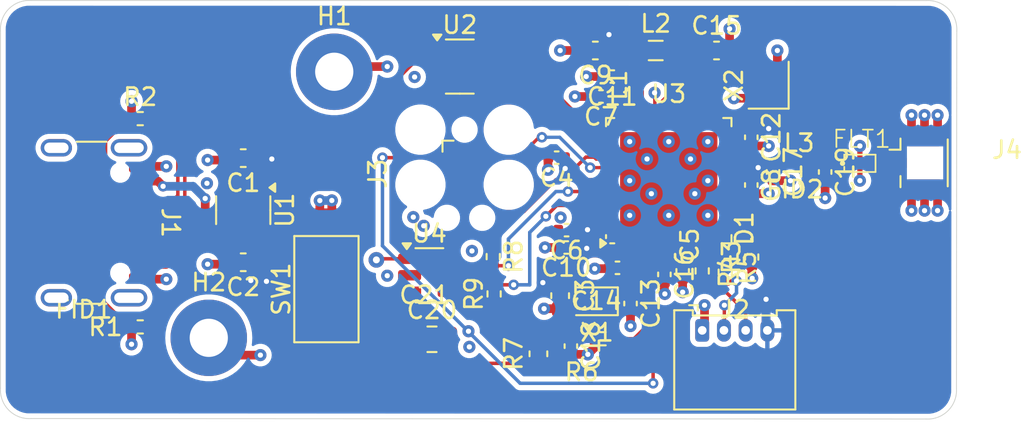
<source format=kicad_pcb>
(kicad_pcb (version 20240108) (generator "pcbnew") (generator_version "8.0")
  (layers (0 "F.Cu" signal) (1 "In1.Cu" signal) (2 "In2.Cu" signal) (31 "B.Cu" signal) (34 "B.Paste" user) (35 "F.Paste" user) (36 "B.SilkS" user "B.Silkscreen") (37 "F.SilkS" user "F.Silkscreen") (38 "B.Mask" user) (39 "F.Mask" user) (44 "Edge.Cuts" user))
  (net 0 "")
  (net 1 "GND")
  (net 2 "+5V")
  (net 3 "+3.3V")
  (net 4 "Net-(U3-PC15)")
  (net 5 "Net-(U3-PC14)")
  (net 6 "/SMPSLX")
  (net 7 "/SWD_NRST")
  (net 8 "/RF")
  (net 9 "/BOOT0")
  (net 10 "/RF_MATCH")
  (net 11 "/LED_A")
  (net 12 "/LED_K")
  (net 13 "/RF_ANT")
  (net 14 "Net-(J1-D+-PadA6)")
  (net 15 "Net-(J1-CC1)")
  (net 17 "Net-(J1-CC2)")
  (net 18 "Net-(J1-D--PadA7)")
  (net 20 "/UART_TXC")
  (net 21 "/UART_RXC")
  (net 22 "/SWD_TRC")
  (net 23 "/SWD_CLK")
  (net 24 "+3V3")
  (net 25 "/SWD_DIO")
  (net 26 "/UART_TX")
  (net 27 "/UART_RX")
  (net 28 "Net-(R7-Pad2)")
  (net 30 "/USB_D-")
  (net 31 "/USB_D+")
  (net 41 "/HSE_IN")
  (net 44 "/HSE_OUT")
  (net 51 "/I2C1_SCL")
  (net 54 "/I2C1_SDA")
  (net 55 "unconnected-(U4-VOUT-Pad1)")
  (footprint "Fiducial:Fiducial_1mm_Mask2mm" (layer "F.Cu") (at 64.785 79.775)
    (property "Reference" "FID1")
    (property "Value" "Fiducial")
  )
  (footprint "Capacitor_SMD:C_0603_1608Metric" (layer "F.Cu") (at 90.95 80.325 90)
    (property "Reference" "R7")
    (property "Value" "220R")
  )
  (footprint "MountingHole:MountingHole_2.2mm_M2_Pad" (layer "F.Cu") (at 71.98 79.405)
    (property "Reference" "H2")
    (property "Value" "MountingHole_Pad")
  )
  (footprint "Inductor_SMD:L_0402_1005Metric" (layer "F.Cu") (at 96.7 64.85 90)
    (property "Reference" "L1")
    (property "Value" "10n")
  )
  (footprint "Capacitor_SMD:C_0603_1608Metric" (layer "F.Cu") (at 94.225 62.85 180)
    (property "Reference" "C9")
    (property "Value" "4u7")
  )
  (footprint "Capacitor_SMD:C_01005_0402Metric" (layer "F.Cu") (at 84.4 77.9375)
    (property "Reference" "C21")
    (property "Value" "0.1u")
  )
  (footprint "Connector_Molex:Molex_PicoBlade_53048-0410_1x04_P1.25mm_Horizontal" (layer "F.Cu") (at 100.375 78.975)
    (property "Reference" "J2")
    (property "Value" "Conn_01x04")
  )
  (footprint "Capacitor_SMD:C_0603_1608Metric" (layer "F.Cu") (at 73.9625 69.05 180)
    (property "Reference" "C1")
    (property "Value" "4u7")
  )
  (footprint "LED_SMD:LED_0402_1005Metric" (layer "F.Cu") (at 103.225 72.625 90)
    (property "Reference" "D1")
    (property "Value" "LED")
  )
  (footprint "Capacitor_SMD:C_0402_1005Metric" (layer "F.Cu") (at 92 69.025 180)
    (property "Reference" "C4")
    (property "Value" "100n")
  )
  (footprint "Capacitor_SMD:C_0402_1005Metric" (layer "F.Cu") (at 92.8175 79.8825 -90)
    (property "Reference" "C18")
    (property "Value" "100n")
  )
  (footprint "Resistor_SMD:R_0402_1005Metric" (layer "F.Cu") (at 101.7 75.625 90)
    (property "Reference" "R5")
    (property "Value" "220R")
  )
  (footprint "Resistor_SMD:R_0402_1005Metric" (layer "F.Cu") (at 100.375 75.55 90)
    (property "Reference" "R4")
    (property "Value" "220R")
  )
  (footprint "Inductor_SMD:L_0805_2012Metric" (layer "F.Cu") (at 97.7 62.85)
    (property "Reference" "L2")
    (property "Value" "10u")
  )
  (footprint "Resistor_SMD:R_0402_1005Metric" (layer "F.Cu") (at 88.35 74.725 -90)
    (property "Reference" "R8")
    (property "Value" "5k1")
  )
  (footprint "Capacitor_SMD:C_0402_1005Metric" (layer "F.Cu") (at 99.25 75.55 -90)
    (property "Reference" "C5")
    (property "Value" "100n")
  )
  (footprint "Capacitor_SMD:C_0402_1005Metric" (layer "F.Cu") (at 92.57 73.2 180)
    (property "Reference" "C6")
    (property "Value" "100n")
  )
  (footprint "Connector_Coaxial:U.FL_Hirose_U.FL-R-SMT-1_Vertical" (layer "F.Cu") (at 112.67 69.325)
    (property "Reference" "J4")
    (property "Value" "Conn_Coaxial")
  )
  (footprint "Crystal:Crystal_SMD_2016-4Pin_2.0x1.6mm" (layer "F.Cu") (at 104.2 64.85 90)
    (property "Reference" "X2")
    (property "Value" "32MHz")
  )
  (footprint "BSTM_NewRFLPFLayout:DLF162500LT-5028A1" (layer "F.Cu") (at 109.45 69.35)
    (property "Reference" "FLT1")
    (property "Value" "DLF162500LT-5028A1")
  )
  (footprint "Capacitor_SMD:C_0603_1608Metric" (layer "F.Cu") (at 92.2 76.975 -90)
    (property "Reference" "C3")
    (property "Value" "4u7")
  )
  (footprint "Capacitor_SMD:C_0805_2012Metric" (layer "F.Cu") (at 84.825 79.4875)
    (property "Reference" "C20")
    (property "Value" "10u")
  )
  (footprint "Capacitor_SMD:C_0402_1005Metric" (layer "F.Cu") (at 98.2 75.75 -90)
    (property "Reference" "C16")
    (property "Value" "100n")
  )
  (footprint "Package_TO_SOT_SMD:SOT-23-6" (layer "F.Cu") (at 84.675 75.8)
    (property "Reference" "U4")
    (property "Value" "MCP4725A3T-E/CH")
  )
  (footprint "Capacitor_SMD:C_0402_1005Metric" (layer "F.Cu") (at 95.2 64.35 180)
    (property "Reference" "C11")
    (property "Value" "100n")
  )
  (footprint "Crystal:Crystal_SMD_2012-2Pin_2.0x1.2mm" (layer "F.Cu") (at 94.32 77.3 180)
    (property "Reference" "X1")
    (property "Value" "32kHz768")
  )
  (footprint "Resistor_SMD:R_0402_1005Metric" (layer "F.Cu") (at 94.6675 79.4575 180)
    (property "Reference" "R6")
    (property "Value" "5k1")
  )
  (footprint "Resistor_SMD:R_0402_1005Metric" (layer "F.Cu") (at 103.225 74.75 90)
    (property "Reference" "R3")
    (property "Value" "220R")
  )
  (footprint "Resistor_SMD:R_0402_1005Metric" (layer "F.Cu") (at 68.035 66.775 180)
    (property "Reference" "R2")
    (property "Value" "5k1")
  )
  (footprint "Package_TO_SOT_SMD:SOT-23-5" (layer "F.Cu") (at 73.9625 72.05 -90)
    (property "Reference" "U1")
    (property "Value" "MIC5365-3.3YD5")
  )
  (footprint "Inductor_SMD:L_0402_1005Metric" (layer "F.Cu") (at 105.95 69.35)
    (property "Reference" "L3")
    (property "Value" "2n7")
  )
  (footprint "Capacitor_SMD:C_0402_1005Metric" (layer "F.Cu") (at 103.2 67.85 -90)
    (property "Reference" "C12")
    (property "Value" "100n")
  )
  (footprint "Capacitor_SMD:C_0603_1608Metric" (layer "F.Cu") (at 73.9625 75.05 180)
    (property "Reference" "C2")
    (property "Value" "4u7")
  )
  (footprint "Package_TO_SOT_SMD:SOT-23-6" (layer "F.Cu") (at 86.425 63.775)
    (property "Reference" "U2")
    (property "Value" "USBLC6-2SC6")
  )
  (footprint "MountingHole:MountingHole_2.2mm_M2_Pad" (layer "F.Cu") (at 79.2 64.075)
    (property "Reference" "H1")
    (property "Value" "MountingHole_Pad")
  )
  (footprint "Connector_USB:USB_C_Receptacle_GCT_USB4105-xx-A_16P_TopMnt_Horizontal" (layer "F.Cu") (at 64.285 72.775 -90)
    (property "Reference" "J1")
    (property "Value" "USB_C_Receptacle_USB2.0_16P")
  )
  (footprint "Capacitor_SMD:C_0603_1608Metric" (layer "F.Cu") (at 101.2 62.85)
    (property "Reference" "C15")
    (property "Value" "4u7")
  )
  (footprint "Connector:Tag-Connect_TC2030-IDC-FP_2x03_P1.27mm_Vertical" (layer "F.Cu") (at 86.7 69.95 -90)
    (property "Reference" "J3")
    (property "Value" "Conn_ARM_SWD_TagConnect_TC2030")
  )
  (footprint "Capacitor_SMD:C_0402_1005Metric" (layer "F.Cu") (at 96.25 77.43 -90)
    (property "Reference" "C13")
    (property "Value" "10p")
  )
  (footprint "Button_Switch_SMD:SW_SPST_CK_RS282G05A3" (layer "F.Cu") (at 78.75 76.6 90)
    (property "Reference" "SW1")
    (property "Value" "SW_Push")
  )
  (footprint "Resistor_SMD:R_0402_1005Metric" (layer "F.Cu") (at 68.035 78.775 180)
    (property "Reference" "R1")
    (property "Value" "5k1")
  )
  (footprint "Package_DFN_QFN:QFN-48-1EP_7x7mm_P0.5mm_EP5.6x5.6mm" (layer "F.Cu") (at 98.45 70.35 90)
    (property "Reference" "U3")
    (property "Value" "STM32WB55CEU6")
  )
  (footprint "Capacitor_SMD:C_0402_1005Metric" (layer "F.Cu") (at 92.55 74.2 180)
    (property "Reference" "C10")
    (property "Value" "100n")
  )
  (footprint "Capacitor_SMD:C_0402_1005Metric" (layer "F.Cu") (at 107.45 69.85 -90)
    (property "Reference" "C19")
    (property "Value" "0p3")
  )
  (footprint "Fiducial:Fiducial_1mm_Mask2mm" (layer "F.Cu") (at 105.7 72.85)
    (property "Reference" "FID2")
    (property "Value" "Fiducial")
  )
  (footprint "Capacitor_SMD:C_0402_1005Metric" (layer "F.Cu") (at 95.5 75.37 180)
    (property "Reference" "C14")
    (property "Value" "10p")
  )
  (footprint "Resistor_SMD:R_0402_1005Metric" (layer "F.Cu") (at 88.4 76.875 90)
    (property "Reference" "R9")
    (property "Value" "5k1")
  )
  (footprint "Capacitor_SMD:C_0402_1005Metric" (layer "F.Cu") (at 104.45 69.85 -90)
    (property "Reference" "C17")
    (property "Value" "0p8")
  )
  (footprint "Capacitor_SMD:C_0402_1005Metric" (layer "F.Cu") (at 94.55 65.5 180)
    (property "Reference" "C7")
    (property "Value" "100n")
  )
  (footprint "Capacitor_SMD:C_0402_1005Metric" (layer "F.Cu") (at 103.2 70.6 -90)
    (property "Reference" "C8")
    (property "Value" "100n")
  )
  (gr_arc (start 61.743508 84.05649) (mid 60.475001 83.574999) (end 59.99351 82.306492) (stroke (width 0.05)) (layer "Edge.Cuts"))
  (gr_line (start 61.743508 59.968509) (end 113.275 59.975) (stroke (width 0.05)) (layer "Edge.Cuts"))
  (gr_line (start 115.025 61.725) (end 115.006491 82.331492) (stroke (width 0.05)) (layer "Edge.Cuts"))
  (gr_arc (start 115.006491 82.331492) (mid 114.525 83.6) (end 113.256492 84.081491) (stroke (width 0.05)) (layer "Edge.Cuts"))
  (gr_arc (start 59.993509 61.718508) (mid 60.475 60.45) (end 61.743508 59.968509) (stroke (width 0.05)) (layer "Edge.Cuts"))
  (gr_line (start 59.993509 82.306492) (end 59.993509 61.718508) (stroke (width 0.05)) (layer "Edge.Cuts"))
  (gr_line (start 113.256492 84.081491) (end 61.743508 84.056491) (stroke (width 0.05)) (layer "Edge.Cuts"))
  (gr_arc (start 113.275 59.975001) (mid 114.543508 60.456492) (end 115.024999 61.725) (stroke (width 0.05)) (layer "Edge.Cuts"))
  (segment (start 73.1625 75.1625) (end 71.9125 75.1625) (width 0.5) (layer "F.Cu") (net 1))
  (segment (start 94.7 64.35) (end 93.7 64.35) (width 0.5) (layer "F.Cu") (net 1))
  (segment (start 113.17 67.825) (end 113.17 66.575) (width 0.5) (layer "F.Cu") (net 1))
  (segment (start 109.45 69.5775) (end 109.45 70.35) (width 0.3) (layer "F.Cu") (net 1))
  (segment (start 79.5 63.775) (end 79.2 64.075) (width 0.5) (layer "F.Cu") (net 1))
  (segment (start 103.2 71.1) (end 104.2 71.1) (width 0.5) (layer "F.Cu") (net 1))
  (segment (start 96.25 77.91) (end 96.25 78.725) (width 0.5) (layer "F.Cu") (net 1))
  (segment (start 93.45 62.85) (end 92.2 62.85) (width 0.5) (layer "F.Cu") (net 1))
  (segment (start 103.225 75.95) (end 103.25 75.975) (width 0.5) (layer "F.Cu") (net 1))
  (segment (start 82.25 63.775) (end 79.5 63.775) (width 0.5) (layer "F.Cu") (net 1))
  (segment (start 92.7925 80.3575) (end 93.7925 80.3575) (width 0.5) (layer "F.Cu") (net 1))
  (segment (start 103.2 68.35) (end 104.2 68.35) (width 0.5) (layer "F.Cu") (net 1))
  (segment (start 94.05 65.5) (end 93.05 65.5) (width 0.5) (layer "F.Cu") (net 1))
  (segment (start 91.5 69.025) (end 91.5 69.725) (width 0.5) (layer "F.Cu") (net 1))
  (segment (start 67.535 66.775) (end 67.535 65.775) (width 0.5) (layer "F.Cu") (net 1))
  (segment (start 73.1625 69.1625) (end 71.9125 69.1625) (width 0.5) (layer "F.Cu") (net 1))
  (segment (start 95 75.42) (end 94.19 75.42) (width 0.5) (layer "F.Cu") (net 1))
  (segment (start 92.2 77.725) (end 91.275 77.725) (width 0.5) (layer "F.Cu") (net 1))
  (segment (start 112.42 70.825) (end 112.42 72.075) (width 0.5) (layer "F.Cu") (net 1))
  (segment (start 94.1575 79.9925) (end 93.7925 80.3575) (width 0.5) (layer "F.Cu") (net 1))
  (segment (start 104.7 64.1) (end 104.7 62.85) (width 0.5) (layer "F.Cu") (net 1))
  (segment (start 98.2 76.23) (end 98.2 76.85) (width 0.5) (layer "F.Cu") (net 1))
  (segment (start 101.8875 68.6) (end 102.93 68.6) (width 0.2) (layer "F.Cu") (net 1))
  (segment (start 74.95 80.4) (end 72.975 80.4) (width 0.5) (layer "F.Cu") (net 1))
  (segment (start 99.25 76.03) (end 99.25 76.775) (width 0.5) (layer "F.Cu") (net 1))
  (segment (start 107.45 70.35) (end 107.45 71.35) (width 0.5) (layer "F.Cu") (net 1))
  (segment (start 97.634314 65.284314) (end 97.65 65.3) (width 0.2) (layer "F.Cu") (net 1))
  (segment (start 109.45 69.1225) (end 109.45 68.35) (width 0.3) (layer "F.Cu") (net 1))
  (segment (start 67.535 78.775) (end 67.535 79.775) (width 0.5) (layer "F.Cu") (net 1))
  (segment (start 100.51 77.525) (end 100.51 78.84) (width 0.5) (layer "F.Cu") (net 1))
  (segment (start 101.95 62.85) (end 101.95 61.6) (width 0.5) (layer "F.Cu") (net 1))
  (segment (start 92.07 74.2) (end 91.325 74.2) (width 0.5) (layer "F.Cu") (net 1))
  (segment (start 68.285 69.525) (end 69.535 69.525) (width 0.5) (layer "F.Cu") (net 1))
  (segment (start 102.93 68.6) (end 103.2 68.33) (width 0.2) (layer "F.Cu") (net 1))
  (segment (start 113.92 67.825) (end 113.92 66.575) (width 0.5) (layer "F.Cu") (net 1))
  (segment (start 113.92 70.825) (end 113.92 72.075) (width 0.5) (layer "F.Cu") (net 1))
  (segment (start 68.285 76.025) (end 69.535 76.025) (width 0.5) (layer "F.Cu") (net 1))
  (segment (start 113.17 70.825) (end 113.17 72.075) (width 0.5) (layer "F.Cu") (net 1))
  (segment (start 97.65 66.8625) (end 97.7 66.9125) (width 0.2) (layer "F.Cu") (net 1))
  (segment (start 98.1 76.725) (end 98.125 76.75) (width 0.5) (layer "F.Cu") (net 1))
  (segment (start 94.1575 79.4575) (end 94.1575 79.9925) (width 0.5) (layer "F.Cu") (net 1))
  (segment (start 103.225 75.26) (end 103.225 75.95) (width 0.5) (layer "F.Cu") (net 1))
  (segment (start 104.45 70.35) (end 105.45 70.35) (width 0.5) (layer "F.Cu") (net 1))
  (segment (start 103.45 65.6) (end 102.2 65.6) (width 0.5) (layer "F.Cu") (net 1))
  (segment (start 97.65 65.3) (end 97.65 66.8625) (width 0.2) (layer "F.Cu") (net 1))
  (segment (start 112.42 67.825) (end 112.42 66.575) (width 0.5) (layer "F.Cu") (net 1))
  (via (at 98.45 68.1) (size 0.7) (drill 0.3) (layers "F.Cu" "B.Cu") (net 1))
  (via (at 93.7 64.35) (size 0.7) (drill 0.3) (layers "F.Cu" "B.Cu") (net 1))
  (via (at 97.2 69.1) (size 0.7) (drill 0.3) (layers "F.Cu" "B.Cu") (net 1))
  (via (at 83.825 64.375) (size 0.7) (drill 0.3) (layers "F.Cu" "B.Cu") (net 1))
  (via (at 96.2 68.1) (size 0.7) (drill 0.3) (layers "F.Cu" "B.Cu") (net 1))
  (via (at 67.535 65.775) (size 0.7) (drill 0.3) (layers "F.Cu" "B.Cu") (net 1))
  (via (at 109.45 70.35) (size 0.7) (drill 0.3) (layers "F.Cu" "B.Cu") (net 1))
  (via (at 99.95 71.1) (size 0.7) (drill 0.3) (layers "F.Cu" "B.Cu") (net 1))
  (via (at 99.7 69.1) (size 0.7) (drill 0.3) (layers "F.Cu" "B.Cu") (net 1))
  (via (at 104.2 68.35) (size 0.7) (drill 0.3) (layers "F.Cu" "B.Cu") (net 1))
  (via (at 104.7 62.85) (size 0.7) (drill 0.3) (layers "F.Cu" "B.Cu") (net 1))
  (via (at 102.2 65.6) (size 0.7) (drill 0.3) (layers "F.Cu" "B.Cu") (net 1))
  (via (at 113.17 66.575) (size 0.7) (drill 0.3) (layers "F.Cu" "B.Cu") (net 1))
  (via (at 74.95 80.4) (size 0.7) (drill 0.3) (layers "F.Cu" "B.Cu") (net 1))
  (via (at 96.2 70.35) (size 0.7) (drill 0.3) (layers "F.Cu" "B.Cu") (net 1))
  (via (at 113.92 66.575) (size 0.7) (drill 0.3) (layers "F.Cu" "B.Cu") (net 1))
  (via (at 86.925 79.025) (size 0.7) (drill 0.3) (layers "F.Cu" "B.Cu") (net 1))
  (via (at 71.9125 75.1625) (size 0.7) (drill 0.3) (layers "F.Cu" "B.Cu") (net 1))
  (via (at 71.9125 69.1625) (size 0.7) (drill 0.3) (layers "F.Cu" "B.Cu") (net 1))
  (via (at 113.92 72.075) (size 0.7) (drill 0.3) (layers "F.Cu" "B.Cu") (net 1))
  (via (at 97.45 71.1) (size 0.7) (drill 0.3) (layers "F.Cu" "B.Cu") (net 1))
  (via (at 83.75 72.45) (size 0.7) (drill 0.3) (layers "F.Cu" "B.Cu") (net 1))
  (via (at 82.25 63.775) (size 0.7) (drill 0.3) (layers "F.Cu" "B.Cu") (net 1))
  (via (at 96.2 72.35) (size 0.7) (drill 0.3) (layers "F.Cu" "B.Cu") (net 1))
  (via (at 91.275 77.725) (size 0.7) (drill 0.3) (layers "F.Cu" "B.Cu") (net 1))
  (via (at 100.7 68.1) (size 0.7) (drill 0.3) (layers "F.Cu" "B.Cu") (net 1))
  (via (at 91.325 74.2) (size 0.7) (drill 0.3) (layers "F.Cu" "B.Cu") (net 1))
  (via (at 67.535 79.775) (size 0.7) (drill 0.3) (layers "F.Cu" "B.Cu") (net 1))
  (via (at 91.5 69.725) (size 0.7) (drill 0.3) (layers "F.Cu" "B.Cu") (net 1))
  (via (at 69.535 76.025) (size 0.7) (drill 0.3) (layers "F.Cu" "B.Cu") (net 1))
  (via (at 101.95 61.6) (size 0.7) (drill 0.3) (layers "F.Cu" "B.Cu") (net 1))
  (via (at 104.2 71.1) (size 0.7) (drill 0.3) (layers "F.Cu" "B.Cu") (net 1))
  (via (at 69.535 69.525) (size 0.7) (drill 0.3) (layers "F.Cu" "B.Cu") (net 1))
  (via (at 105.45 70.35) (size 0.7) (drill 0.3) (layers "F.Cu" "B.Cu") (net 1))
  (via (at 109.45 68.35) (size 0.7) (drill 0.3) (layers "F.Cu" "B.Cu") (net 1))
  (via (at 93.7925 80.3575) (size 0.7) (drill 0.3) (layers "F.Cu" "B.Cu") (net 1))
  (via (at 100.7 70.35) (size 0.7) (drill 0.3) (layers "F.Cu" "B.Cu") (net 1))
  (via (at 100.51 77.525) (size 0.7) (drill 0.3) (layers "F.Cu" "B.Cu") (net 1))
  (via (at 94.19 75.42) (size 0.7) (drill 0.3) (layers "F.Cu" "B.Cu") (net 1))
  (via (at 96.25 78.725) (size 0.7) (drill 0.3) (layers "F.Cu" "B.Cu") (net 1))
  (via (at 99.25 76.775) (size 0.7) (drill 0.3) (layers "F.Cu" "B.Cu") (net 1))
  (via (at 86.975 79.925) (size 0.7) (drill 0.3) (layers "F.Cu" "B.Cu") (net 1))
  (via (at 98.45 72.35) (size 0.7) (drill 0.3) (layers "F.Cu" "B.Cu") (net 1))
  (via (at 112.42 72.075) (size 0.7) (drill 0.3) (layers "F.Cu" "B.Cu") (net 1))
  (via (at 98.225 76.875) (size 0.7) (drill 0.3) (layers "F.Cu" "B.Cu") (net 1))
  (via (at 71.875 70.5) (size 0.7) (drill 0.3) (layers "F.Cu" "B.Cu") (net 1))
  (via (at 92.2 62.85) (size 0.7) (drill 0.3) (layers "F.Cu" "B.Cu") (net 1))
  (via (at 87.125 74.4) (size 0.7) (drill 0.3) (layers "F.Cu" "B.Cu") (net 1))
  (via (at 113.17 72.075) (size 0.7) (drill 0.3) (layers "F.Cu" "B.Cu") (net 1))
  (via (at 103.25 75.975) (size 0.7) (drill 0.3) (layers "F.Cu" "B.Cu") (net 1))
  (via (at 84.35 72.95) (size 0.7) (drill 0.3) (layers "F.Cu" "B.Cu") (net 1))
  (via (at 107.45 71.35) (size 0.7) (drill 0.3) (layers "F.Cu" "B.Cu") (net 1))
  (via (at 92.225 72.475) (size 0.7) (drill 0.3) (layers "F.Cu" "B.Cu") (net 1))
  (via (at 112.42 66.575) (size 0.7) (drill 0.3) (layers "F.Cu" "B.Cu") (net 1))
  (via (at 100.7 72.35) (size 0.7) (drill 0.3) (layers "F.Cu" "B.Cu") (net 1))
  (via (at 82.25 75.825) (size 0.7) (drill 0.3) (layers "F.Cu" "B.Cu") (net 1))
  (via (at 93.05 65.5) (size 0.7) (drill 0.3) (layers "F.Cu" "B.Cu") (net 1))
  (via (at 97.634314 65.284314) (size 0.7) (drill 0.3) (layers "F.Cu" "B.Cu") (net 1))
  (segment (start 72.154908 72.529908) (end 69.509816 75.175) (width 0.5) (layer "F.Cu") (net 2))
  (segment (start 73.462501 72.025) (end 73.1 72.025) (width 0.5) (layer "F.Cu") (net 2))
  (segment (start 73.0125 71.9375) (end 73.1 72.025) (width 0.15) (layer "F.Cu") (net 2))
  (segment (start 73.1 72.025) (end 72.659816 72.025) (width 0.5) (layer "F.Cu") (net 2))
  (segment (start 74.55 72.025) (end 74.9125 71.6625) (width 0.5) (layer "F.Cu") (net 2))
  (segment (start 73.462501 72.025) (end 74.55 72.025) (width 0.5) (layer "F.Cu") (net 2))
  (segment (start 72.659816 72.025) (end 72.154908 72.529908) (width 0.5) (layer "F.Cu") (net 2))
  (segment (start 73.0125 70.9125) (end 73.0125 71.9375) (width 0.15) (layer "F.Cu") (net 2))
  (segment (start 74.9125 71.6625) (end 74.9125 70.9125) (width 0.5) (layer "F.Cu") (net 2))
  (segment (start 67.965 70.375) (end 69.05 70.375) (width 0.5) (layer "F.Cu") (net 2))
  (segment (start 69.05 70.375) (end 69.35 70.675) (width 0.5) (layer "F.Cu") (net 2))
  (segment (start 71.775 72.15) (end 72.154908 72.529908) (width 0.5) (layer "F.Cu") (net 2))
  (segment (start 71.775 71.375) (end 71.775 72.15) (width 0.5) (layer "F.Cu") (net 2))
  (segment (start 74.7575 69.1025) (end 75.6075 69.1025) (width 0.5) (layer "F.Cu") (net 2))
  (segment (start 69.509816 75.175) (end 67.965 75.175) (width 0.5) (layer "F.Cu") (net 2))
  (via (at 69.35 70.675) (size 0.6) (drill 0.3) (layers "F.Cu" "B.Cu") (net 2))
  (via (at 71.775 71.375) (size 0.6) (drill 0.3) (layers "F.Cu" "B.Cu") (net 2))
  (segment (start 69.35 70.675) (end 71.075 70.675) (width 0.5) (layer "B.Cu") (net 2))
  (segment (start 71.075 70.675) (end 71.775 71.375) (width 0.5) (layer "B.Cu") (net 2))
  (segment (start 96.2 66.075) (end 95.68 65.555) (width 0.2) (layer "F.Cu") (net 3))
  (segment (start 93.026471 69.65) (end 93.025 69.65) (width 0.2) (layer "F.Cu") (net 3))
  (segment (start 102.339386 68.1) (end 102.65 67.789386) (width 0.2) (layer "F.Cu") (net 3))
  (segment (start 93.681471 68.995) (end 93.026471 69.65) (width 0.2) (layer "F.Cu") (net 3))
  (segment (start 95 62.85) (end 95.68 63.53) (width 0.5) (layer "F.Cu") (net 3))
  (segment (start 95.0125 69.1) (end 94.273529 69.1) (width 0.2) (layer "F.Cu") (net 3))
  (segment (start 95.68 63.53) (end 95.68 64.35) (width 0.5) (layer "F.Cu") (net 3))
  (segment (start 93.08 74.25) (end 93.73 74.25) (width 0.5) (layer "F.Cu") (net 3))
  (segment (start 102.65 67.789386) (end 102.65 67.375) (width 0.2) (layer "F.Cu") (net 3))
  (segment (start 92.055 76.225) (end 91.205 76.225) (width 0.5) (layer "F.Cu") (net 3))
  (segment (start 92.49 69.09) (end 92.49 69.65) (width 0.5) (layer "F.Cu") (net 3))
  (segment (start 103.594602 69.6) (end 103.59522 69.599382) (width 0.2) (layer "F.Cu") (net 3))
  (segment (start 102.655 67.37) (end 103.2 67.37) (width 0.2) (layer "F.Cu") (net 3))
  (segment (start 101.8875 69.6) (end 103.594602 69.6) (width 0.2) (layer "F.Cu") (net 3))
  (segment (start 74.9125 74.875) (end 74.7375 75.05) (width 0.5) (layer "F.Cu") (net 3))
  (segment (start 95.625 65.5) (end 95.68 65.555) (width 0.5) (layer "F.Cu") (net 3))
  (segment (start 94.168529 68.995) (end 93.681471 68.995) (width 0.2) (layer "F.Cu") (net 3))
  (segment (start 95.68 64.35) (end 95.68 65.555) (width 0.5) (layer "F.Cu") (net 3))
  (segment (start 96.2 66.9125) (end 96.2 66.075) (width 0.2) (layer "F.Cu") (net 3))
  (segment (start 103.2 67.35) (end 104.2 67.35) (width 0.5) (layer "F.Cu") (net 3))
  (segment (start 102.65 67.375) (end 102.655 67.37) (width 0.2) (layer "F.Cu") (net 3))
  (segment (start 96.7 66.575) (end 95.68 65.555) (width 0.2) (layer "F.Cu") (net 3))
  (segment (start 103.59522 69.599382) (end 103.59522 69.70478) (width 0.5) (layer "F.Cu") (net 3))
  (segment (start 101.8875 68.1) (end 102.339386 68.1) (width 0.2) (layer "F.Cu") (net 3))
  (segment (start 99.2 73.7875) (end 99.2 74.92) (width 0.2) (layer "F.Cu") (net 3))
  (segment (start 94.273529 69.1) (end 94.168529 68.995) (width 0.2) (layer "F.Cu") (net 3))
  (segment (start 104.05 77.185) (end 104.05 78.9) (width 0.5) (layer "F.Cu") (net 3))
  (segment (start 95.01 62.785) (end 95.01 61.935) (width 0.5) (layer "F.Cu") (net 3))
  (segment (start 93.1 73.175) (end 93.75 73.175) (width 0.5) (layer "F.Cu") (net 3))
  (segment (start 95.03 65.5) (end 95.625 65.5) (width 0.5) (layer "F.Cu") (net 3))
  (segment (start 99.2 74.92) (end 99.05 75.07) (width 0.2) (layer "F.Cu") (net 3))
  (segment (start 92.49 69.65) (end 93.025 69.65) (width 0.5) (layer "F.Cu") (net 3))
  (segment (start 93.03 74.2) (end 93.08 74.25) (width 0.5) (layer "F.Cu") (net 3))
  (segment (start 103.59522 69.70478) (end 103.2 70.1) (width 0.5) (layer "F.Cu") (net 3))
  (segment (start 96.7 66.9125) (end 96.7 66.575) (width 0.2) (layer "F.Cu") (net 3))
  (via (at 93.73 74.25) (size 0.7) (drill 0.3) (layers "F.Cu" "B.Cu") (net 3))
  (via (at 93.775 73.175) (size 0.7) (drill 0.3) (layers "F.Cu" "B.Cu") (net 3))
  (via (at 95.01 61.935) (size 0.7) (drill 0.3) (layers "F.Cu" "B.Cu") (net 3))
  (via (at 75.6075 69.1025) (size 0.7) (drill 0.3) (layers "F.Cu" "B.Cu") (net 3))
  (via (at 104.2 67.35) (size 0.7) (drill 0.3) (layers "F.Cu" "B.Cu") (net 3))
  (via (at 75.3 76.15) (size 0.7) (drill 0.3) (layers "F.Cu" "B.Cu") (net 3))
  (via (at 74.4 76.1) (size 0.7) (drill 0.3) (layers "F.Cu" "B.Cu") (net 3))
  (via (at 78.37 71.495) (size 0.7) (drill 0.3) (layers "F.Cu" "B.Cu") (net 3))
  (via (at 104.05 77.185) (size 0.7) (drill 0.3) (layers "F.Cu" "B.Cu") (net 3))
  (via (at 92.49 69.65) (size 0.7) (drill 0.3) (layers "F.Cu" "B.Cu") (net 3))
  (via (at 103.59522 69.599382) (size 0.7) (drill 0.3) (layers "F.Cu" "B.Cu") (net 3))
  (via (at 79.06 71.49) (size 0.7) (drill 0.3) (layers "F.Cu" "B.Cu") (net 3))
  (via (at 91.205 76.225) (size 0.7) (drill 0.3) (layers "F.Cu" "B.Cu") (net 3))
  (segment (start 93.675 72.17) (end 93.675 70.4) (width 0.5) (layer "B.Cu") (net 3))
  (segment (start 86.775 65.425) (end 90.575 61.625) (width 0.5) (layer "B.Cu") (net 3))
  (segment (start 103.4 74.3) (end 104.85 75.75) (width 0.5) (layer "B.Cu") (net 3))
  (segment (start 82.275 83.125) (end 75.3 76.15) (width 0.5) (layer "B.Cu") (net 3))
  (segment (start 104.05 77.185) (end 104.05 78.9) (width 0.5) (layer "B.Cu") (net 3))
  (segment (start 103.4 69.794602) (end 103.4 73.425) (width 0.5) (layer "B.Cu") (net 3))
  (segment (start 95.01 61.935) (end 99.666371 61.935) (width 0.5) (layer "B.Cu") (net 3))
  (segment (start 75.25 76.1) (end 75.3 76.15) (width 0.5) (layer "B.Cu") (net 3))
  (segment (start 93.675 70.4) (end 93.625 70.35) (width 0.5) (layer "B.Cu") (net 3))
  (segment (start 102.4 67.35) (end 102.425 67.375) (width 0.5) (layer "B.Cu") (net 3))
  (segment (start 75.6075 69.1025) (end 79.6475 69.1025) (width 0.5) (layer "B.Cu") (net 3))
  (segment (start 96.325 80.075) (end 97.425 78.975) (width 0.5) (layer "B.Cu") (net 3))
  (segment (start 104.05 78.9) (end 104.125 78.975) (width 0.5) (layer "B.Cu") (net 3))
  (segment (start 103.4 73.425) (end 103.4 74.3) (width 0.5) (layer "B.Cu") (net 3))
  (segment (start 93.305 72.54) (end 93.305 74.8) (width 0.5) (layer "B.Cu") (net 3))
  (segment (start 104.3 67.25) (end 104.2 67.35) (width 0.5) (layer "B.Cu") (net 3))
  (segment (start 102.425 69.625) (end 103.569602 69.625) (width 0.5) (layer "B.Cu") (net 3))
  (segment (start 103.59522 69.599382) (end 103.4 69.794602) (width 0.5) (layer "B.Cu") (net 3))
  (segment (start 93.305 74.8) (end 91.88 76.225) (width 0.5) (layer "B.Cu") (net 3))
  (segment (start 103.569602 69.625) (end 103.59522 69.599382) (width 0.5) (layer "B.Cu") (net 3))
  (segment (start 92.914339 69.65) (end 92.49 69.65) (width 0.5) (layer "B.Cu") (net 3))
  (segment (start 97.425 78.975) (end 97.425 76.543629) (width 0.5) (layer "B.Cu") (net 3))
  (segment (start 104.85 75.75) (end 104.85 76.385) (width 0.5) (layer "B.Cu") (net 3))
  (segment (start 83.325 65.425) (end 86.775 65.425) (width 0.5) (layer "B.Cu") (net 3))
  (segment (start 92.695 75.77) (end 92.695 77.715) (width 0.5) (layer "B.Cu") (net 3))
  (segment (start 93.305 72.54) (end 93.675 72.17) (width 0.5) (layer "B.Cu") (net 3))
  (segment (start 97.425 78.975) (end 99.1 80.65) (width 0.5) (layer "B.Cu") (net 3))
  (segment (start 99.1 83.125) (end 82.275 83.125) (width 0.5) (layer "B.Cu") (net 3))
  (segment (start 102.425 67.375) (end 102.425 69.625) (width 0.5) (layer "B.Cu") (net 3))
  (segment (start 79.6475 69.1025) (end 83.325 65.425) (width 0.5) (layer "B.Cu") (net 3))
  (segment (start 97.425 76.543629) (end 100.543629 73.425) (width 0.5) (layer "B.Cu") (net 3))
  (segment (start 99.666371 61.935) (end 101.931371 64.2) (width 0.5) (layer "B.Cu") (net 3))
  (segment (start 99.1 80.65) (end 99.1 83.125) (width 0.5) (layer "B.Cu") (net 3))
  (segment (start 90.575 61.625) (end 94.7 61.625) (width 0.5) (layer "B.Cu") (net 3))
  (segment (start 92.695 77.715) (end 95.055 80.075) (width 0.5) (layer "B.Cu") (net 3))
  (segment (start 91.88 76.225) (end 91.205 76.225) (width 0.5) (layer "B.Cu") (net 3))
  (segment (start 93.625 70.35) (end 93.614339 70.35) (width 0.5) (layer "B.Cu") (net 3))
  (segment (start 104.3 64.2) (end 104.3 67.25) (width 0.5) (layer "B.Cu") (net 3))
  (segment (start 94.7 61.625) (end 95.01 61.935) (width 0.5) (layer "B.Cu") (net 3))
  (segment (start 100.543629 73.425) (end 103.4 73.425) (width 0.5) (layer "B.Cu") (net 3))
  (segment (start 101.931371 64.2) (end 104.3 64.2) (width 0.5) (layer "B.Cu") (net 3))
  (segment (start 104.2 67.35) (end 102.4 67.35) (width 0.5) (layer "B.Cu") (net 3))
  (segment (start 93.614339 70.35) (end 92.914339 69.65) (width 0.5) (layer "B.Cu") (net 3))
  (segment (start 74.4 76.1) (end 75.25 76.1) (width 0.5) (layer "B.Cu") (net 3))
  (segment (start 104.85 76.385) (end 104.05 77.185) (width 0.5) (layer "B.Cu") (net 3))
  (segment (start 95.055 80.075) (end 96.325 80.075) (width 0.5) (layer "B.Cu") (net 3))
  (segment (start 96.59 74.342314) (end 96.59 76.61) (width 0.19) (layer "F.Cu") (net 4))
  (segment (start 95.37 76.95) (end 95.02 77.3) (width 0.19) (layer "F.Cu") (net 4))
  (segment (start 96.7 74.232314) (end 96.7 73.7875) (width 0.19) (layer "F.Cu") (net 4))
  (segment (start 96.59 74.342314) (end 96.7 74.232314) (width 0.19) (layer "F.Cu") (net 4))
  (segment (start 96.59 76.61) (end 96.25 76.95) (width 0.19) (layer "F.Cu") (net 4))
  (segment (start 96.25 76.95) (end 95.37 76.95) (width 0.19) (layer "F.Cu") (net 4))
  (segment (start 95.19 76.16) (end 93.63 76.16) (width 0.19) (layer "F.Cu") (net 5))
  (segment (start 96.2 75.15) (end 95.98 75.37) (width 0.19) (layer "F.Cu") (net 5))
  (segment (start 93.62 76.17) (end 93.62 77.3) (width 0.19) (layer "F.Cu") (net 5))
  (segment (start 95.98 75.37) (end 95.19 76.16) (width 0.19) (layer "F.Cu") (net 5))
  (segment (start 96.2 73.7875) (end 96.2 75.15) (width 0.19) (layer "F.Cu") (net 5))
  (segment (start 93.63 76.16) (end 93.62 76.17) (width 0.19) (layer "F.Cu") (net 5))
  (segment (start 96.7 64.365) (end 96.7 62.9125) (width 0.5) (layer "F.Cu") (net 6))
  (segment (start 98.7625 62.85) (end 98.7625 65.2875) (width 0.5) (layer "F.Cu") (net 6))
  (segment (start 100.425 62.85) (end 98.7625 62.85) (width 0.5) (layer "F.Cu") (net 6))
  (segment (start 97.2 66.1) (end 97.2 66.9125) (width 0.2) (layer "F.Cu") (net 6))
  (segment (start 96.7 65.6) (end 97.2 66.1) (width 0.3) (layer "F.Cu") (net 6))
  (segment (start 98.2 65.85) (end 98.2 66.9125) (width 0.2) (layer "F.Cu") (net 6))
  (segment (start 96.7 65.335) (end 96.7 65.6) (width 0.3) (layer "F.Cu") (net 6))
  (segment (start 98.7625 65.2875) (end 98.2 65.85) (width 0.5) (layer "F.Cu") (net 6))
  (segment (start 96.7 62.9125) (end 96.6375 62.85) (width 0.5) (layer "F.Cu") (net 6))
  (segment (start 98.7 73.7875) (end 98.7 74.239386) (width 0.2) (layer "F.Cu") (net 7))
  (segment (start 86.065 69.95) (end 85.15755 69.04255) (width 0.19) (layer "F.Cu") (net 7))
  (segment (start 81.975 69.025) (end 85.14 69.025) (width 0.2) (layer "F.Cu") (net 7))
  (segment (start 85.14 69.025) (end 85.15755 69.04255) (width 0.2) (layer "F.Cu") (net 7))
  (segment (start 98.2 74.739386) (end 98.2 75.27) (width 0.2) (layer "F.Cu") (net 7))
  (segment (start 97.55 75.92) (end 97.55 82.025) (width 0.2) (layer "F.Cu") (net 7))
  (segment (start 97.55 82.025) (end 97.575 82.025) (width 0.2) (layer "F.Cu") (net 7))
  (segment (start 98.7 74.239386) (end 98.2 74.739386) (width 0.2) (layer "F.Cu") (net 7))
  (segment (start 98.2 75.27) (end 97.55 75.92) (width 0.2) (layer "F.Cu") (net 7))
  (via (at 81.975 69.025) (size 0.6) (drill 0.3) (layers "F.Cu" "B.Cu") (net 7))
  (via (at 97.55 82.025) (size 0.6) (drill 0.3) (layers "F.Cu" "B.Cu") (net 7))
  (segment (start 97.55 82.025) (end 89.9 82.025) (width 0.2) (layer "B.Cu") (net 7))
  (segment (start 81.975 74.1) (end 81.975 69.025) (width 0.2) (layer "B.Cu") (net 7))
  (segment (start 89.9 82.025) (end 81.975 74.1) (width 0.2) (layer "B.Cu") (net 7))
  (segment (start 103.328052 68.954382) (end 103.862388 68.954382) (width 0.19) (layer "F.Cu") (net 8))
  (segment (start 101.8875 69.1) (end 103.182434 69.1) (width 0.19) (layer "F.Cu") (net 8))
  (segment (start 105.445 69.37) (end 105.465 69.35) (width 0.19) (layer "F.Cu") (net 8))
  (segment (start 104.45 69.37) (end 105.445 69.37) (width 0.19) (layer "F.Cu") (net 8))
  (segment (start 103.182434 69.1) (end 103.328052 68.954382) (width 0.19) (layer "F.Cu") (net 8))
  (segment (start 103.862388 68.954382) (end 104.278006 69.37) (width 0.19) (layer "F.Cu") (net 8))
  (segment (start 104.278006 69.37) (end 104.45 69.37) (width 0.19) (layer "F.Cu") (net 8))
  (segment (start 97.15 78.754999) (end 96.447499 79.4575) (width 0.2) (layer "F.Cu") (net 9))
  (segment (start 97.15 73.8375) (end 97.15 78.754999) (width 0.2) (layer "F.Cu") (net 9))
  (segment (start 92.6475 79.4025) (end 90.95 81.1) (width 0.2) (layer "F.Cu") (net 9))
  (segment (start 96.447499 79.4575) (end 95.1775 79.4575) (width 0.2) (layer "F.Cu") (net 9))
  (segment (start 92.8175 79.4025) (end 92.6475 79.4025) (width 0.2) (layer "F.Cu") (net 9))
  (segment (start 97.2 73.7875) (end 97.15 73.8375) (width 0.2) (layer "F.Cu") (net 9))
  (segment (start 107.45 69.37) (end 108.8175 69.37) (width 0.19) (layer "F.Cu") (net 10))
  (segment (start 106.435 69.35) (end 107.43 69.35) (width 0.19) (layer "F.Cu") (net 10))
  (segment (start 107.43 69.35) (end 107.45 69.37) (width 0.19) (layer "F.Cu") (net 10))
  (segment (start 108.8175 69.37) (end 108.8375 69.35) (width 0.19) (layer "F.Cu") (net 10))
  (segment (start 102.879386 72.14) (end 102.339386 71.6) (width 0.2) (layer "F.Cu") (net 11))
  (segment (start 103.225 72.14) (end 102.879386 72.14) (width 0.2) (layer "F.Cu") (net 11))
  (segment (start 102.339386 71.6) (end 101.8875 71.6) (width 0.2) (layer "F.Cu") (net 11))
  (segment (start 103.35 73.235) (end 103.225 73.11) (width 0.2) (layer "F.Cu") (net 12))
  (segment (start 103.225 73.11) (end 103.225 74.24) (width 0.2) (layer "F.Cu") (net 12))
  (segment (start 110.0715 69.35) (end 111.595 69.35) (width 0.19) (layer "F.Cu") (net 13))
  (segment (start 111.595 69.35) (end 111.62 69.325) (width 0.19) (layer "F.Cu") (net 13))
  (segment (start 111.379 69.566) (end 111.62 69.325) (width 0.19) (layer "F.Cu") (net 13))
  (segment (start 67.35759 72.525) (end 67.965 72.525) (width 0.2) (layer "F.Cu") (net 14))
  (segment (start 67.30759 73.475) (end 67.09 73.25741) (width 0.2) (layer "F.Cu") (net 14))
  (segment (start 84.7125 65.3) (end 82.25 65.3) (width 0.2) (layer "F.Cu") (net 14))
  (segment (start 70.915686 67.625) (end 70.6 67.940686) (width 0.2) (layer "F.Cu") (net 14))
  (segment (start 69.075 73.475) (end 67.30759 73.475) (width 0.2) (layer "F.Cu") (net 14))
  (segment (start 70.6 67.940686) (end 70.6 71.95) (width 0.2) (layer "F.Cu") (net 14))
  (segment (start 81.249999 67.625) (end 70.915686 67.625) (width 0.2) (layer "F.Cu") (net 14))
  (segment (start 82.25 65.3) (end 82.25 66.625) (width 0.2) (layer "F.Cu") (net 14))
  (segment (start 85.2875 64.725) (end 84.7125 65.3) (width 0.2) (layer "F.Cu") (net 14))
  (segment (start 82.25 66.625) (end 81.249999 67.625) (width 0.2) (layer "F.Cu") (net 14))
  (segment (start 70.6 71.95) (end 69.075 73.475) (width 0.2) (layer "F.Cu") (net 14))
  (segment (start 67.09 72.79259) (end 67.35759 72.525) (width 0.2) (layer "F.Cu") (net 14))
  (segment (start 67.09 73.25741) (end 67.09 72.79259) (width 0.2) (layer "F.Cu") (net 14))
  (segment (start 66.735 67.39) (end 67.93 67.39) (width 0.19) (layer "F.Cu") (net 15))
  (segment (start 67.364662 71.525) (end 66.045 70.205338) (width 0.19) (layer "F.Cu") (net 15))
  (segment (start 66.045 70.205338) (end 66.045 68.08) (width 0.19) (layer "F.Cu") (net 15))
  (segment (start 67.965 71.525) (end 67.364662 71.525) (width 0.19) (layer "F.Cu") (net 15))
  (segment (start 67.93 67.39) (end 68.545 66.775) (width 0.19) (layer "F.Cu") (net 15))
  (segment (start 66.045 68.08) (end 66.735 67.39) (width 0.19) (layer "F.Cu") (net 15))
  (segment (start 66.7807 78.16) (end 67.93 78.16) (width 0.19) (layer "F.Cu") (net 17))
  (segment (start 67.93 78.16) (end 68.545 78.775) (width 0.19) (layer "F.Cu") (net 17))
  (segment (start 65.7 74.525) (end 65.7 77.0793) (width 0.19) (layer "F.Cu") (net 17))
  (segment (start 65.7 77.0793) (end 66.7807 78.16) (width 0.19) (layer "F.Cu") (net 17))
  (segment (start 67.965 74.525) (end 65.7 74.525) (width 0.19) (layer "F.Cu") (net 17))
  (segment (start 70.75 67.225) (end 70.2 67.775) (width 0.2) (layer "F.Cu") (net 18))
  (segment (start 67.965 72.025) (end 68.57241 72.025) (width 0.2) (layer "F.Cu") (net 18))
  (segment (start 70.2 71.2) (end 69.375 72.025) (width 0.2) (layer "F.Cu") (net 18))
  (segment (start 68.57241 72.025) (end 68.84 72.29259) (width 0.2) (layer "F.Cu") (net 18))
  (segment (start 84.5 62.825) (end 82.725 64.6) (width 0.2) (layer "F.Cu") (net 18))
  (segment (start 81.9 64.6) (end 81.85 64.65) (width 0.2) (layer "F.Cu") (net 18))
  (segment (start 82.725 64.6) (end 81.9 64.6) (width 0.2) (layer "F.Cu") (net 18))
  (segment (start 68.84 72.29259) (end 68.84 72.75741) (width 0.2) (layer "F.Cu") (net 18))
  (segment (start 81.85 66.459314) (end 81.084314 67.225) (width 0.2) (layer "F.Cu") (net 18))
  (segment (start 85.2875 62.825) (end 84.5 62.825) (width 0.2) (layer "F.Cu") (net 18))
  (segment (start 81.85 64.65) (end 81.85 66.459314) (width 0.2) (layer "F.Cu") (net 18))
  (segment (start 70.2 67.775) (end 70.2 71.2) (width 0.2) (layer "F.Cu") (net 18))
  (segment (start 69.375 72.025) (end 67.965 72.025) (width 0.2) (layer "F.Cu") (net 18))
  (segment (start 81.084314 67.225) (end 70.75 67.225) (width 0.2) (layer "F.Cu") (net 18))
  (segment (start 68.84 72.75741) (end 68.57241 73.025) (width 0.2) (layer "F.Cu") (net 18))
  (segment (start 68.57241 73.025) (end 67.965 73.025) (width 0.2) (layer "F.Cu") (net 18))
  (segment (start 100.375 76.740761) (end 101.71429 76.740761) (width 0.2) (layer "F.Cu") (net 20))
  (segment (start 101.71429 76.740761) (end 102.875 77.901471) (width 0.2) (layer "F.Cu") (net 20))
  (segment (start 102.875 77.901471) (end 102.875 78.975) (width 0.2) (layer "F.Cu") (net 20))
  (segment (start 100.375 76.06) (end 100.375 76.740761) (width 0.2) (layer "F.Cu") (net 20))
  (segment (start 101.65 78.95) (end 101.625 78.975) (width 0.2) (layer "F.Cu") (net 21))
  (segment (start 102.325685 76.135) (end 102.34 76.135) (width 0.2) (layer "F.Cu") (net 21))
  (segment (start 102.34 76.135) (end 102.35 76.125) (width 0.2) (layer "F.Cu") (net 21))
  (segment (start 101.7 76.135) (end 102.325685 76.135) (width 0.2) (layer "F.Cu") (net 21))
  (segment (start 101.65 77.525) (end 101.65 78.95) (width 0.2) (layer "F.Cu") (net 21))
  (via (at 101.65 77.525) (size 0.6) (drill 0.3) (layers "F.Cu" "B.Cu") (net 21))
  (via (at 102.35 76.125) (size 0.6) (drill 0.3) (layers "F.Cu" "B.Cu") (net 21))
  (segment (start 102.35 76.825) (end 101.65 77.525) (width 0.2) (layer "B.Cu") (net 21))
  (segment (start 102.35 76.125) (end 102.35 76.825) (width 0.2) (layer "B.Cu") (net 21))
  (segment (start 90.12255 72.12745) (end 88.555956 72.12745) (width 0.19) (layer "F.Cu") (net 22))
  (segment (start 88.525 69.875) (end 88.525 69.87) (width 0.19) (layer "F.Cu") (net 22))
  (segment (start 89.775 69.875) (end 88.525 69.875) (width 0.19) (layer "F.Cu") (net 22))
  (segment (start 88.555956 72.12745) (end 87.648506 71.22) (width 0.19) (layer "F.Cu") (net 22))
  (segment (start 94.567686 70.6) (end 94.262686 70.295) (width 0.19) (layer "F.Cu") (net 22))
  (segment (start 91.955 70.295) (end 90.12255 72.12745) (width 0.19) (layer "F.Cu") (net 22))
  (segment (start 95.0125 70.6) (end 94.567686 70.6) (width 0.19) (layer "F.Cu") (net 22))
  (segment (start 94.262686 70.295) (end 91.955 70.295) (width 0.19) (layer "F.Cu") (net 22))
  (segment (start 87.648506 71.22) (end 87.335 71.22) (width 0.19) (layer "F.Cu") (net 22))
  (segment (start 88.24245 69.04255) (end 87.335 69.95) (width 0.19) (layer "F.Cu") (net 23))
  (segment (start 91.15 67.85) (end 90.981354 67.85) (width 0.19) (layer "F.Cu") (net 23))
  (segment (start 95.0125 69.6) (end 94.5 69.6) (width 0.19) (layer "F.Cu") (net 23))
  (segment (start 89.788804 69.04255) (end 88.24245 69.04255) (width 0.19) (layer "F.Cu") (net 23))
  (segment (start 94.5 69.6) (end 93.925 69.6) (width 0.19) (layer "F.Cu") (net 23))
  (segment (start 90.981354 67.85) (end 89.788804 69.04255) (width 0.19) (layer "F.Cu") (net 23))
  (via (at 91.15 67.85) (size 0.6) (drill 0.3) (layers "F.Cu" "B.Cu") (net 23))
  (via (at 93.925 69.6) (size 0.6) (drill 0.3) (layers "F.Cu" "B.Cu") (net 23))
  (segment (start 93.925 69.6) (end 92.175 67.85) (width 0.19) (layer "B.Cu") (net 23))
  (segment (start 92.175 67.85) (end 91.15 67.85) (width 0.19) (layer "B.Cu") (net 23))
  (segment (start 84.15 79.2125) (end 83.875 79.4875) (width 0.2) (layer "F.Cu") (net 24))
  (segment (start 84.15 77.9375) (end 84.15 79.2125) (width 0.2) (layer "F.Cu") (net 24))
  (segment (start 78.37 72.345) (end 78.37 71.495) (width 0.5) (layer "F.Cu") (net 24))
  (segment (start 83.5375 77.325) (end 84.15 77.9375) (width 0.2) (layer "F.Cu") (net 24))
  (segment (start 79.06 72.34) (end 79.06 71.49) (width 0.5) (layer "F.Cu") (net 24))
  (segment (start 83.5375 76.75) (end 83.5375 77.325) (width 0.2) (layer "F.Cu") (net 24))
  (segment (start 79.055 71.495) (end 79.06 71.49) (width 0.5) (layer "B.Cu") (net 24))
  (segment (start 78.37 71.495) (end 79.055 71.495) (width 0.5) (layer "B.Cu") (net 24))
  (segment (start 87.69755 68.31745) (end 87.335 68.68) (width 0.19) (layer "F.Cu") (net 25))
  (segment (start 94.1 68.6) (end 91.36755 65.86755) (width 0.19) (layer "F.Cu") (net 25))
  (segment (start 91.36755 65.86755) (end 87.71755 65.86755) (width 0.19) (layer "F.Cu") (net 25))
  (segment (start 87.7 65.85) (end 87.69755 65.85245) (width 0.19) (layer "F.Cu") (net 25))
  (segment (start 87.69755 65.85245) (end 87.69755 68.31745) (width 0.19) (layer "F.Cu") (net 25))
  (segment (start 87.71755 65.86755) (end 87.7 65.85) (width 0.19) (layer "F.Cu") (net 25))
  (segment (start 95.0125 68.6) (end 94.1 68.6) (width 0.19) (layer "F.Cu") (net 25))
  (segment (start 100.7 73.7875) (end 100.7 74.715) (width 0.2) (layer "F.Cu") (net 26))
  (segment (start 100.7 74.715) (end 100.375 75.04) (width 0.2) (layer "F.Cu") (net 26))
  (segment (start 101.2 73.7875) (end 101.2 74.615) (width 0.2) (layer "F.Cu") (net 27))
  (segment (start 101.2 74.615) (end 101.7 75.115) (width 0.2) (layer "F.Cu") (net 27))
  (segment (start 89.625 80.875) (end 90.95 79.55) (width 0.2) (layer "F.Cu") (net 28))
  (segment (start 79.125 80.875) (end 89.625 80.875) (width 0.2) (layer "F.Cu") (net 28))
  (segment (start 78.75 80.5) (end 79.125 80.875) (width 0.2) (layer "F.Cu") (net 28))
  (segment (start 95.0125 67.6) (end 94.230761 67.6) (width 0.2) (layer "F.Cu") (net 30))
  (segment (start 94.230761 67.6) (end 89.455761 62.825) (width 0.2) (layer "F.Cu") (net 30))
  (segment (start 89.455761 62.825) (end 87.5625 62.825) (width 0.2) (layer "F.Cu") (net 30))
  (segment (start 90.783614 64.725) (end 87.5625 64.725) (width 0.2) (layer "F.Cu") (net 31))
  (segment (start 94.158614 68.1) (end 90.783614 64.725) (width 0.2) (layer "F.Cu") (net 31))
  (segment (start 95.0125 68.1) (end 94.158614 68.1) (width 0.2) (layer "F.Cu") (net 31))
  (segment (start 101.59 64.15) (end 101.2 64.54) (width 0.19) (layer "F.Cu") (net 41))
  (segment (start 103.65 64.15) (end 101.59 64.15) (width 0.19) (layer "F.Cu") (net 41))
  (segment (start 101.2 64.54) (end 101.2 66.9125) (width 0.19) (layer "F.Cu") (net 41))
  (segment (start 104.43 66.51) (end 101.88 66.51) (width 0.19) (layer "F.Cu") (net 44))
  (segment (start 104.75 66.19) (end 104.43 66.51) (width 0.19) (layer "F.Cu") (net 44))
  (segment (start 101.88 66.6) (end 101.8875 66.6075) (width 0.19) (layer "F.Cu") (net 44))
  (segment (start 101.8875 66.6075) (end 101.8875 67.6) (width 0.19) (layer "F.Cu") (net 44))
  (segment (start 101.88 66.51) (end 101.88 66.6) (width 0.19) (layer "F.Cu") (net 44))
  (segment (start 104.75 65.55) (end 104.75 66.19) (width 0.19) (layer "F.Cu") (net 44))
  (segment (start 87.039999 75.235) (end 86.474999 75.8) (width 0.2) (layer "F.Cu") (net 51))
  (segment (start 86.474999 75.8) (end 85.8125 75.8) (width 0.2) (layer "F.Cu") (net 51))
  (segment (start 88.35 75.235) (end 87.039999 75.235) (width 0.2) (layer "F.Cu") (net 51))
  (segment (start 89.225 75.25) (end 88.365 75.25) (width 0.2) (layer "F.Cu") (net 51))
  (segment (start 93.435614 70.975) (end 92.65 70.975) (width 0.2) (layer "F.Cu") (net 51))
  (segment (start 94.560614 72.1) (end 95.0125 72.1) (width 0.2) (layer "F.Cu") (net 51))
  (segment (start 94.560614 72.1) (end 93.435614 70.975) (width 0.2) (layer "F.Cu") (net 51))
  (segment (start 88.365 75.25) (end 88.35 75.235) (width 0.2) (layer "F.Cu") (net 51))
  (segment (start 85.974999 75.8125) (end 85.3125 75.8125) (width 0.2) (layer "F.Cu") (net 51))
  (via (at 89.225 75.25) (size 0.6) (drill 0.3) (layers "F.Cu" "B.Cu") (net 51))
  (via (at 92.65 70.975) (size 0.6) (drill 0.3) (layers "F.Cu" "B.Cu") (net 51))
  (segment (start 92.65 70.975) (end 91.957231 70.975) (width 0.2) (layer "B.Cu") (net 51))
  (segment (start 91.957231 70.975) (end 89.225 73.707231) (width 0.2) (layer "B.Cu") (net 51))
  (segment (start 89.225 73.707231) (end 89.225 75.25) (width 0.2) (layer "B.Cu") (net 51))
  (segment (start 93.459239 71.775) (end 94.284239 72.6) (width 0.2) (layer "F.Cu") (net 54))
  (segment (start 85.974999 76.7625) (end 85.3125 76.7625) (width 0.2) (layer "F.Cu") (net 54))
  (segment (start 88.4 76.365) (end 88.015 76.75) (width 0.2) (layer "F.Cu") (net 54))
  (segment (start 88.4 76.325) (end 88.4 76.365) (width 0.2) (layer "F.Cu") (net 54))
  (segment (start 94.284239 72.6) (end 95.0125 72.6) (width 0.2) (layer "F.Cu") (net 54))
  (segment (start 91.37788 72.40288) (end 92.00576 71.775) (width 0.2) (layer "F.Cu") (net 54))
  (segment (start 88.415 76.35) (end 88.4 76.365) (width 0.2) (layer "F.Cu") (net 54))
  (segment (start 92.00576 71.775) (end 93.459239 71.775) (width 0.2) (layer "F.Cu") (net 54))
  (segment (start 89.525 76.35) (end 88.415 76.35) (width 0.2) (layer "F.Cu") (net 54))
  (segment (start 88.015 76.75) (end 85.8125 76.75) (width 0.2) (layer "F.Cu") (net 54))
  (via (at 89.525 76.35) (size 0.6) (drill 0.3) (layers "F.Cu" "B.Cu") (net 54))
  (via (at 91.37788 72.40288) (size 0.6) (drill 0.3) (layers "F.Cu" "B.Cu") (net 54))
  (segment (start 91.37788 72.40288) (end 90.45 73.330761) (width 0.2) (layer "B.Cu") (net 54))
  (segment (start 90.45 76.35) (end 89.525 76.35) (width 0.2) (layer "B.Cu") (net 54))
  (segment (start 90.45 73.330761) (end 90.45 76.35) (width 0.2) (layer "B.Cu") (net 54))
  (segment (start 81.6875 74.85) (end 81.625 74.9125) (width 0.2) (layer "F.Cu") (net 55))
  (segment (start 83.5375 74.85) (end 81.6875 74.85) (width 0.2) (layer "F.Cu") (net 55))
  (via (at 81.625 74.9125) (size 0.9) (drill 0.4) (layers "F.Cu" "B.Cu") (net 55))
  (zone (net 3) (net_name "+3.3V") (layer "F.Cu") (priority 1) (connect_pads yes (clearance 0.3)) (min_thickness 0.15) (fill yes (thermal_gap 0.4) (thermal_bridge_width 0.25))
    (polygon (pts (xy 75.85 74.175) (xy 75.85 72.4) (xy 74.025 72.4) (xy 74.025 76.6) (xy 75.825 76.6)))
  )
  (zone (net 3) (net_name "+3.3V") (layer "F.Cu") (priority 2) (connect_pads (clearance 0.3)) (min_thickness 0.15) (fill yes (thermal_gap 0.4) (thermal_bridge_width 0.25))
    (polygon (pts (xy 95.475 72.85) (xy 92.675 72.8) (xy 92.65 74.8) (xy 95.975 74.8) (xy 95.975 73.25) (xy 95.55 73.25) (xy 95.55 72.85)))
  )
  (zone (net 3) (net_name "+3.3V") (layer "B.Cu") (connect_pads (clearance 0.3)) (min_thickness 0.15) (fill yes (thermal_gap 0.4) (thermal_bridge_width 0.25))
    (polygon (pts (xy 60.004197 69.975198) (xy 60.029197 60.000198) (xy 115.029197 59.975198) (xy 115.029197 84.250198) (xy 60.029197 84.300198)))
  )
)
</source>
